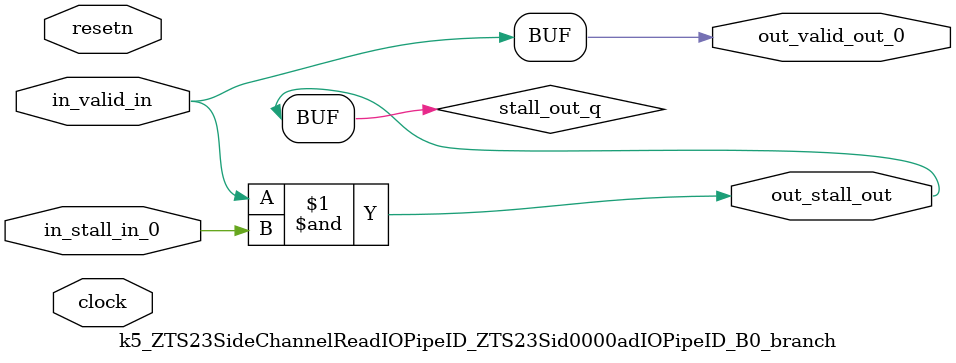
<source format=sv>



(* altera_attribute = "-name AUTO_SHIFT_REGISTER_RECOGNITION OFF; -name MESSAGE_DISABLE 10036; -name MESSAGE_DISABLE 10037; -name MESSAGE_DISABLE 14130; -name MESSAGE_DISABLE 14320; -name MESSAGE_DISABLE 15400; -name MESSAGE_DISABLE 14130; -name MESSAGE_DISABLE 10036; -name MESSAGE_DISABLE 12020; -name MESSAGE_DISABLE 12030; -name MESSAGE_DISABLE 12010; -name MESSAGE_DISABLE 12110; -name MESSAGE_DISABLE 14320; -name MESSAGE_DISABLE 13410; -name MESSAGE_DISABLE 113007; -name MESSAGE_DISABLE 10958" *)
module k5_ZTS23SideChannelReadIOPipeID_ZTS23Sid0000adIOPipeID_B0_branch (
    input wire [0:0] in_stall_in_0,
    input wire [0:0] in_valid_in,
    output wire [0:0] out_stall_out,
    output wire [0:0] out_valid_out_0,
    input wire clock,
    input wire resetn
    );

    wire [0:0] stall_out_q;


    // stall_out(LOGICAL,6)
    assign stall_out_q = in_valid_in & in_stall_in_0;

    // out_stall_out(GPOUT,4)
    assign out_stall_out = stall_out_q;

    // out_valid_out_0(GPOUT,5)
    assign out_valid_out_0 = in_valid_in;

endmodule

</source>
